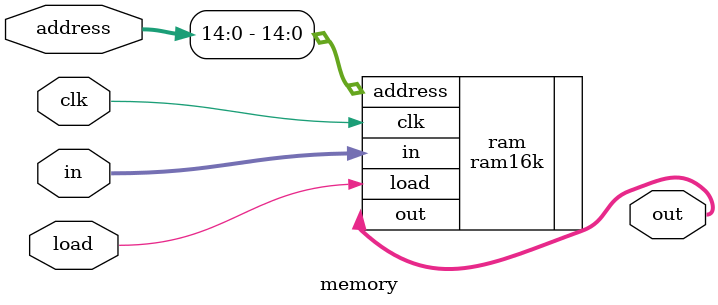
<source format=sv>
`default_nettype none

module memory(
    input wire clk,
    input wire[15:0] in,
    input wire[15:0] address,
    input wire load,
    output wire[15:0] out
);
    ram16k ram(
        .clk(clk),
        .in(in),
        .address(address[14:0]),
        .load(load),
        .out(out)
    );

endmodule

`default_nettype wire

</source>
